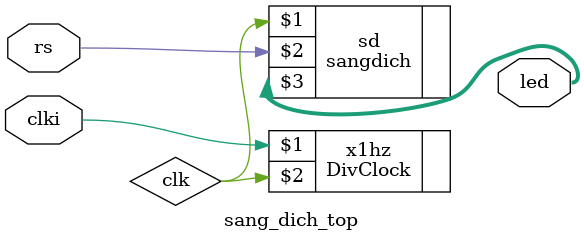
<source format=v>
`timescale 1ns / 1ps
module sang_dich_top(
input clki,
input rs,
output [7:0]led
    );
wire clk;
DivClock x1hz(clki,clk);	
sangdich sd(clk,rs,led);
endmodule

</source>
